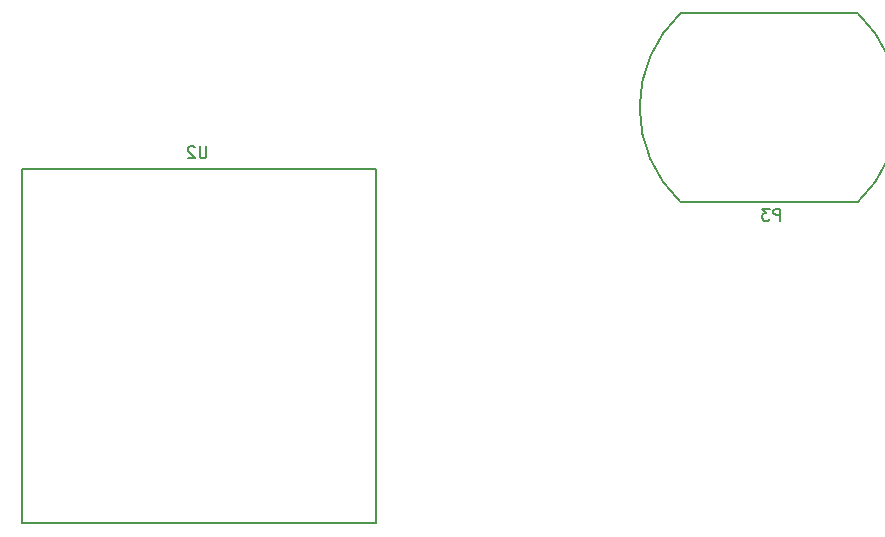
<source format=gbo>
G04 #@! TF.FileFunction,Legend,Bot*
%FSLAX46Y46*%
G04 Gerber Fmt 4.6, Leading zero omitted, Abs format (unit mm)*
G04 Created by KiCad (PCBNEW (2015-06-14 BZR 5747, Git dc9ebf3)-product) date 8/2/2015 5:58:45 PM*
%MOMM*%
G01*
G04 APERTURE LIST*
%ADD10C,0.100000*%
%ADD11C,0.150000*%
G04 APERTURE END LIST*
D10*
D11*
X162934000Y-68581000D02*
X177934000Y-68581000D01*
X162934000Y-84581000D02*
X177934000Y-84581000D01*
X162906786Y-84555399D02*
G75*
G02X162934000Y-68581000I7527214J7974399D01*
G01*
X177961214Y-68606601D02*
G75*
G02X177934000Y-84581000I-7527214J-7974399D01*
G01*
X137174000Y-111774000D02*
X107174000Y-111774000D01*
X107174000Y-81774000D02*
X107174000Y-111774000D01*
X107174000Y-81774000D02*
X137174000Y-81774000D01*
X137174000Y-111774000D02*
X137174000Y-81774000D01*
X171372095Y-86143381D02*
X171372095Y-85143381D01*
X170991142Y-85143381D01*
X170895904Y-85191000D01*
X170848285Y-85238619D01*
X170800666Y-85333857D01*
X170800666Y-85476714D01*
X170848285Y-85571952D01*
X170895904Y-85619571D01*
X170991142Y-85667190D01*
X171372095Y-85667190D01*
X170467333Y-85143381D02*
X169848285Y-85143381D01*
X170181619Y-85524333D01*
X170038761Y-85524333D01*
X169943523Y-85571952D01*
X169895904Y-85619571D01*
X169848285Y-85714810D01*
X169848285Y-85952905D01*
X169895904Y-86048143D01*
X169943523Y-86095762D01*
X170038761Y-86143381D01*
X170324476Y-86143381D01*
X170419714Y-86095762D01*
X170467333Y-86048143D01*
X122795905Y-79856381D02*
X122795905Y-80665905D01*
X122748286Y-80761143D01*
X122700667Y-80808762D01*
X122605429Y-80856381D01*
X122414952Y-80856381D01*
X122319714Y-80808762D01*
X122272095Y-80761143D01*
X122224476Y-80665905D01*
X122224476Y-79856381D01*
X121795905Y-79951619D02*
X121748286Y-79904000D01*
X121653048Y-79856381D01*
X121414952Y-79856381D01*
X121319714Y-79904000D01*
X121272095Y-79951619D01*
X121224476Y-80046857D01*
X121224476Y-80142095D01*
X121272095Y-80284952D01*
X121843524Y-80856381D01*
X121224476Y-80856381D01*
M02*

</source>
